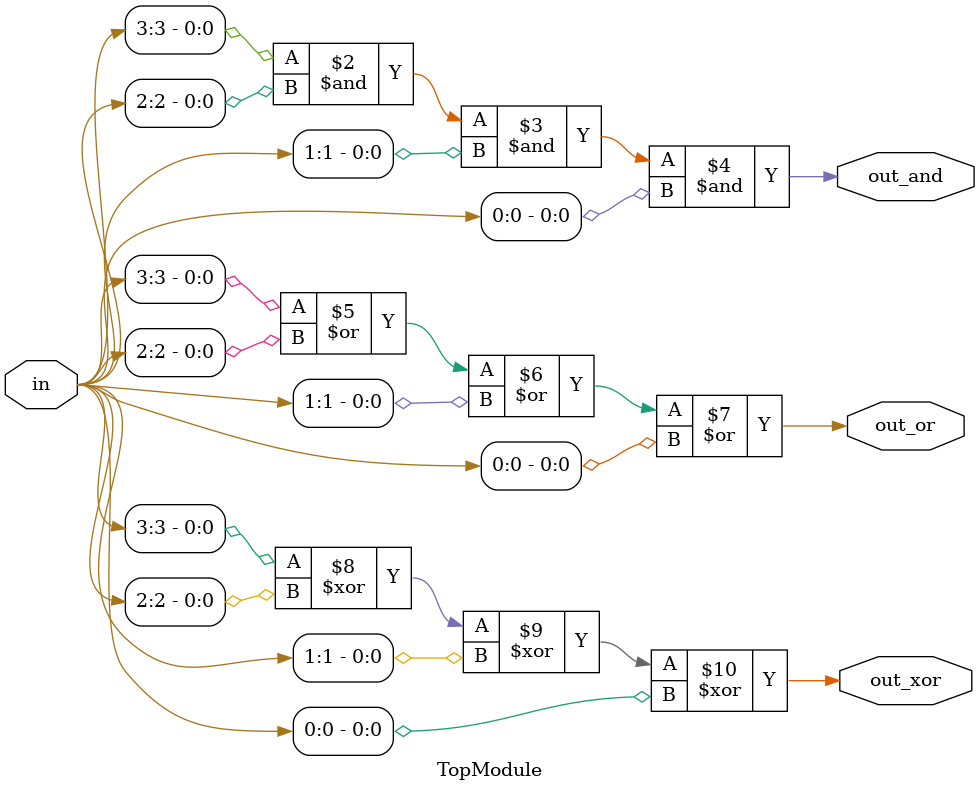
<source format=sv>
module TopModule(
    input [3:0] in,
    output logic out_and,
    output logic out_or,
    output logic out_xor
);

    always @(*) begin
        out_and = in[3] & in[2] & in[1] & in[0];
        out_or  = in[3] | in[2] | in[1] | in[0];
        out_xor = in[3] ^ in[2] ^ in[1] ^ in[0];
    end

endmodule
</source>
